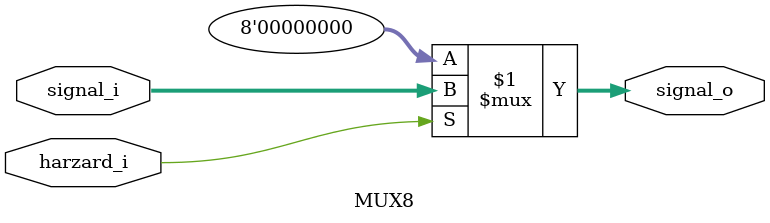
<source format=v>
module MUX8
(
	harzard_i,
	signal_i,
	signal_o
);

input [7:0] signal_i;
input harzard_i;
output [7:0] signal_o;

assign signal_o = harzard_i? signal_i:8'd0;

endmodule
</source>
